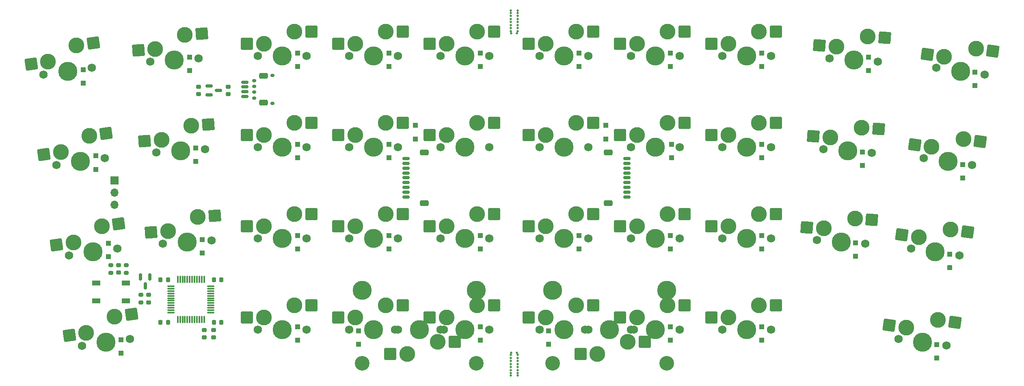
<source format=gbr>
%TF.GenerationSoftware,KiCad,Pcbnew,(7.0.0)*%
%TF.CreationDate,2023-09-12T00:14:53+02:00*%
%TF.ProjectId,tinyv pcb,74696e79-7620-4706-9362-2e6b69636164,rev?*%
%TF.SameCoordinates,Original*%
%TF.FileFunction,Soldermask,Bot*%
%TF.FilePolarity,Negative*%
%FSLAX46Y46*%
G04 Gerber Fmt 4.6, Leading zero omitted, Abs format (unit mm)*
G04 Created by KiCad (PCBNEW (7.0.0)) date 2023-09-12 00:14:53*
%MOMM*%
%LPD*%
G01*
G04 APERTURE LIST*
G04 Aperture macros list*
%AMRoundRect*
0 Rectangle with rounded corners*
0 $1 Rounding radius*
0 $2 $3 $4 $5 $6 $7 $8 $9 X,Y pos of 4 corners*
0 Add a 4 corners polygon primitive as box body*
4,1,4,$2,$3,$4,$5,$6,$7,$8,$9,$2,$3,0*
0 Add four circle primitives for the rounded corners*
1,1,$1+$1,$2,$3*
1,1,$1+$1,$4,$5*
1,1,$1+$1,$6,$7*
1,1,$1+$1,$8,$9*
0 Add four rect primitives between the rounded corners*
20,1,$1+$1,$2,$3,$4,$5,0*
20,1,$1+$1,$4,$5,$6,$7,0*
20,1,$1+$1,$6,$7,$8,$9,0*
20,1,$1+$1,$8,$9,$2,$3,0*%
G04 Aperture macros list end*
%ADD10RoundRect,0.225000X0.250000X-0.225000X0.250000X0.225000X-0.250000X0.225000X-0.250000X-0.225000X0*%
%ADD11C,0.500000*%
%ADD12C,3.048000*%
%ADD13C,3.987800*%
%ADD14C,1.750000*%
%ADD15C,3.300000*%
%ADD16RoundRect,0.250000X1.025000X1.000000X-1.025000X1.000000X-1.025000X-1.000000X1.025000X-1.000000X0*%
%ADD17RoundRect,0.250000X0.300000X-0.300000X0.300000X0.300000X-0.300000X0.300000X-0.300000X-0.300000X0*%
%ADD18RoundRect,0.250000X0.952747X1.069064X-1.092260X0.926064X-0.952747X-1.069064X1.092260X-0.926064X0*%
%ADD19RoundRect,0.150000X0.625000X-0.150000X0.625000X0.150000X-0.625000X0.150000X-0.625000X-0.150000X0*%
%ADD20RoundRect,0.250000X0.650000X-0.350000X0.650000X0.350000X-0.650000X0.350000X-0.650000X-0.350000X0*%
%ADD21R,1.800000X1.100000*%
%ADD22RoundRect,0.250000X1.154198X0.847616X-0.875852X1.132920X-1.154198X-0.847616X0.875852X-1.132920X0*%
%ADD23RoundRect,0.250000X0.875852X1.132920X-1.154198X0.847616X-0.875852X-1.132920X1.154198X-0.847616X0*%
%ADD24RoundRect,0.150000X-0.150000X0.587500X-0.150000X-0.587500X0.150000X-0.587500X0.150000X0.587500X0*%
%ADD25R,1.700000X1.700000*%
%ADD26O,1.700000X1.700000*%
%ADD27RoundRect,0.225000X-0.225000X-0.250000X0.225000X-0.250000X0.225000X0.250000X-0.225000X0.250000X0*%
%ADD28RoundRect,0.225000X-0.250000X0.225000X-0.250000X-0.225000X0.250000X-0.225000X0.250000X0.225000X0*%
%ADD29RoundRect,0.250000X-1.025000X-1.000000X1.025000X-1.000000X1.025000X1.000000X-1.025000X1.000000X0*%
%ADD30RoundRect,0.250000X1.092260X0.926064X-0.952747X1.069064X-1.092260X-0.926064X0.952747X-1.069064X0*%
%ADD31RoundRect,0.150000X-0.625000X0.150000X-0.625000X-0.150000X0.625000X-0.150000X0.625000X0.150000X0*%
%ADD32RoundRect,0.250000X-0.650000X0.350000X-0.650000X-0.350000X0.650000X-0.350000X0.650000X0.350000X0*%
%ADD33RoundRect,0.200000X0.275000X-0.200000X0.275000X0.200000X-0.275000X0.200000X-0.275000X-0.200000X0*%
%ADD34RoundRect,0.150000X-0.275000X0.150000X-0.275000X-0.150000X0.275000X-0.150000X0.275000X0.150000X0*%
%ADD35RoundRect,0.175000X-0.225000X0.175000X-0.225000X-0.175000X0.225000X-0.175000X0.225000X0.175000X0*%
%ADD36RoundRect,0.150000X-0.587500X-0.150000X0.587500X-0.150000X0.587500X0.150000X-0.587500X0.150000X0*%
%ADD37RoundRect,0.075000X0.075000X-0.662500X0.075000X0.662500X-0.075000X0.662500X-0.075000X-0.662500X0*%
%ADD38RoundRect,0.075000X0.662500X-0.075000X0.662500X0.075000X-0.662500X0.075000X-0.662500X-0.075000X0*%
%ADD39RoundRect,0.225000X0.225000X0.250000X-0.225000X0.250000X-0.225000X-0.250000X0.225000X-0.250000X0*%
G04 APERTURE END LIST*
D10*
%TO.C,C2*%
X87312500Y-38875000D03*
X87312500Y-37325000D03*
%TD*%
%TO.C,C1*%
X93518750Y-38875000D03*
X93518750Y-37325000D03*
%TD*%
D11*
%TO.C,REF\u002A\u002A*%
X153852401Y-25082869D03*
X153851778Y-25721491D03*
X153851778Y-24451491D03*
X153851778Y-23816491D03*
X153851778Y-23181491D03*
X153851778Y-22549229D03*
X153851778Y-21911491D03*
X153849770Y-21403402D03*
X153727271Y-26180756D03*
%TD*%
%TO.C,REF\u002A\u002A*%
X152386158Y-93979630D03*
X152386781Y-93341008D03*
X152386781Y-94611008D03*
X152386781Y-95246008D03*
X152386781Y-95881008D03*
X152386781Y-96513270D03*
X152386781Y-97151008D03*
X152399335Y-97645060D03*
X152506338Y-92882008D03*
%TD*%
%TO.C,REF\u002A\u002A*%
X152396427Y-21399073D03*
X152399377Y-22546122D03*
X152400000Y-21907500D03*
X152400000Y-23177500D03*
X152400000Y-23812500D03*
X152400000Y-24447500D03*
X152400000Y-25079762D03*
X152400000Y-25717500D03*
X152519557Y-26204434D03*
%TD*%
D12*
%TO.C,S1*%
X145256250Y-95091250D03*
D13*
X145256250Y-79851250D03*
D12*
X121443750Y-95091250D03*
D13*
X121443750Y-79851250D03*
%TD*%
D12*
%TO.C,S2*%
X184943750Y-95091250D03*
D13*
X184943750Y-79851250D03*
D12*
X161131250Y-95091250D03*
D13*
X161131250Y-79851250D03*
%TD*%
D11*
%TO.C,REF\u002A\u002A*%
X153856393Y-96520369D03*
X153855770Y-97158991D03*
X153855770Y-95888991D03*
X153855770Y-95253991D03*
X153855770Y-94618991D03*
X153855770Y-93986729D03*
X153855770Y-93348991D03*
X153852856Y-97663138D03*
X153727031Y-92862294D03*
%TD*%
D14*
%TO.C,MX4*%
X128905000Y-30956250D03*
D13*
X123825000Y-30956250D03*
D14*
X118745000Y-30956250D03*
D15*
X120015000Y-28416250D03*
D16*
X116465000Y-28416250D03*
X129915000Y-25876250D03*
D15*
X126365000Y-25876250D03*
%TD*%
D17*
%TO.C,D21*%
X68505464Y-72837500D03*
X68505464Y-70037500D03*
%TD*%
%TO.C,D34*%
X120650000Y-91093750D03*
X120650000Y-88293750D03*
%TD*%
D14*
%TO.C,MX23*%
X109855000Y-69056250D03*
D13*
X104775000Y-69056250D03*
D14*
X99695000Y-69056250D03*
D15*
X100965000Y-66516250D03*
D16*
X97415000Y-66516250D03*
X110865000Y-63976250D03*
D15*
X107315000Y-63976250D03*
%TD*%
D17*
%TO.C,D8*%
X204787500Y-33150000D03*
X204787500Y-30350000D03*
%TD*%
D14*
%TO.C,MX12*%
X88673028Y-50390124D03*
D13*
X83605403Y-50744487D03*
D14*
X78537778Y-51098850D03*
D15*
X79627503Y-48476446D03*
D18*
X76086150Y-48724082D03*
X89326205Y-45252045D03*
D15*
X85784853Y-45499680D03*
%TD*%
D19*
%TO.C,J6*%
X176625000Y-60356250D03*
X176625000Y-59356250D03*
X176625000Y-58356250D03*
X176625000Y-57356250D03*
X176625000Y-56356250D03*
X176625000Y-55356250D03*
X176625000Y-54356250D03*
X176625000Y-53356250D03*
X176625000Y-52356250D03*
D20*
X172750000Y-61656250D03*
X172750000Y-51056250D03*
%TD*%
D17*
%TO.C,D33*%
X107950000Y-90300000D03*
X107950000Y-87500000D03*
%TD*%
%TO.C,D23*%
X107950000Y-71250000D03*
X107950000Y-68450000D03*
%TD*%
D14*
%TO.C,MX34*%
X128905000Y-88106250D03*
D13*
X123825000Y-88106250D03*
D14*
X118745000Y-88106250D03*
D15*
X120015000Y-85566250D03*
D16*
X116465000Y-85566250D03*
X129915000Y-83026250D03*
D15*
X126365000Y-83026250D03*
%TD*%
D17*
%TO.C,D2*%
X85421634Y-33998148D03*
X85421634Y-31198148D03*
%TD*%
D14*
%TO.C,MX8*%
X206692500Y-30956250D03*
D13*
X201612500Y-30956250D03*
D14*
X196532500Y-30956250D03*
D15*
X197802500Y-28416250D03*
D16*
X194252500Y-28416250D03*
X207702500Y-25876250D03*
D15*
X204152500Y-25876250D03*
%TD*%
D21*
%TO.C,SW1*%
X72156249Y-78318749D03*
X65956249Y-78318749D03*
X72156249Y-82018749D03*
X65956249Y-82018749D03*
%TD*%
D14*
%TO.C,MX40*%
X243308750Y-91393854D03*
D13*
X238278188Y-90686855D03*
D14*
X233247626Y-89979856D03*
D15*
X234858766Y-87641325D03*
D22*
X231343315Y-87147260D03*
X245015920Y-86503857D03*
D15*
X241500468Y-86009793D03*
%TD*%
D17*
%TO.C,D28*%
X204787500Y-71250000D03*
X204787500Y-68450000D03*
%TD*%
D14*
%TO.C,MX15*%
X147955000Y-50006250D03*
D13*
X142875000Y-50006250D03*
D14*
X137795000Y-50006250D03*
D15*
X139065000Y-47466250D03*
D16*
X135515000Y-47466250D03*
X148965000Y-44926250D03*
D15*
X145415000Y-44926250D03*
%TD*%
D14*
%TO.C,MX27*%
X187642500Y-69056250D03*
D13*
X182562500Y-69056250D03*
D14*
X177482500Y-69056250D03*
D15*
X178752500Y-66516250D03*
D16*
X175202500Y-66516250D03*
X188652500Y-63976250D03*
D15*
X185102500Y-63976250D03*
%TD*%
D14*
%TO.C,MX1*%
X65075218Y-33386871D03*
D13*
X60044656Y-34093870D03*
D14*
X55014094Y-34800869D03*
D15*
X55918235Y-32108839D03*
D23*
X52402783Y-32602903D03*
X65368389Y-28215744D03*
D15*
X61852938Y-28709809D03*
%TD*%
D24*
%TO.C,Q1*%
X75250000Y-77035314D03*
X77150000Y-77035314D03*
X76200000Y-78910314D03*
%TD*%
D14*
%TO.C,MX17*%
X187642500Y-50006250D03*
D13*
X182562500Y-50006250D03*
D14*
X177482500Y-50006250D03*
D15*
X178752500Y-47466250D03*
D16*
X175202500Y-47466250D03*
X188652500Y-44926250D03*
D15*
X185102500Y-44926250D03*
%TD*%
D25*
%TO.C,J3*%
X69811963Y-56944999D03*
D26*
X69811963Y-59484999D03*
X69811963Y-62024999D03*
%TD*%
D14*
%TO.C,MX14*%
X128905000Y-50006250D03*
D13*
X123825000Y-50006250D03*
D14*
X118745000Y-50006250D03*
D15*
X120015000Y-47466250D03*
D16*
X116465000Y-47466250D03*
X129915000Y-44926250D03*
D15*
X126365000Y-44926250D03*
%TD*%
D14*
%TO.C,MX22*%
X90023794Y-69408418D03*
D13*
X84956169Y-69762781D03*
D14*
X79888544Y-70117144D03*
D15*
X80978269Y-67494740D03*
D18*
X77436916Y-67742376D03*
X90676971Y-64270339D03*
D15*
X87135619Y-64517974D03*
%TD*%
D27*
%TO.C,C4*%
X90506250Y-86518750D03*
X92056250Y-86518750D03*
%TD*%
D14*
%TO.C,MX3*%
X109855000Y-30956250D03*
D13*
X104775000Y-30956250D03*
D14*
X99695000Y-30956250D03*
D15*
X100965000Y-28416250D03*
D16*
X97415000Y-28416250D03*
X110865000Y-25876250D03*
D15*
X107315000Y-25876250D03*
%TD*%
D28*
%TO.C,C11*%
X90487500Y-88125000D03*
X90487500Y-89675000D03*
%TD*%
D17*
%TO.C,D10*%
X249237500Y-37118750D03*
X249237500Y-34318750D03*
%TD*%
%TO.C,D6*%
X166687500Y-33150000D03*
X166687500Y-30350000D03*
%TD*%
D14*
%TO.C,MX28*%
X206692500Y-69056250D03*
D13*
X201612500Y-69056250D03*
D14*
X196532500Y-69056250D03*
D15*
X197802500Y-66516250D03*
D16*
X194252500Y-66516250D03*
X207702500Y-63976250D03*
D15*
X204152500Y-63976250D03*
%TD*%
D17*
%TO.C,D20*%
X246617400Y-56391910D03*
X246617400Y-53591910D03*
%TD*%
%TO.C,D1*%
X63235561Y-36559733D03*
X63235561Y-33759733D03*
%TD*%
D14*
%TO.C,MX39*%
X167957500Y-88106250D03*
D13*
X173037500Y-88106250D03*
D14*
X178117500Y-88106250D03*
D15*
X176847500Y-90646250D03*
D29*
X180397500Y-90646250D03*
X166947500Y-93186250D03*
D15*
X170497500Y-93186250D03*
%TD*%
D17*
%TO.C,D30*%
X243980283Y-75125302D03*
X243980283Y-72325302D03*
%TD*%
%TO.C,D12*%
X86706202Y-52918434D03*
X86706202Y-50118434D03*
%TD*%
%TO.C,D4*%
X127000000Y-33150000D03*
X127000000Y-30350000D03*
%TD*%
D14*
%TO.C,MX30*%
X245947982Y-72530750D03*
D13*
X240917420Y-71823751D03*
D14*
X235886858Y-71116752D03*
D15*
X237497998Y-68778221D03*
D22*
X233982547Y-68284156D03*
X247655152Y-67640753D03*
D15*
X244139700Y-67146689D03*
%TD*%
D17*
%TO.C,D22*%
X88106250Y-72043750D03*
X88106250Y-69243750D03*
%TD*%
%TO.C,D16*%
X172243750Y-48231250D03*
X172243750Y-45431250D03*
%TD*%
%TO.C,D37*%
X185737500Y-90300000D03*
X185737500Y-87500000D03*
%TD*%
D14*
%TO.C,MX29*%
X226369242Y-70092225D03*
D13*
X221301617Y-69737862D03*
D14*
X216233992Y-69383499D03*
D15*
X217678079Y-66938277D03*
D30*
X214136727Y-66690642D03*
X227731145Y-65095054D03*
D15*
X224189793Y-64847418D03*
%TD*%
D10*
%TO.C,C8*%
X76914812Y-82369880D03*
X76914812Y-80819880D03*
%TD*%
D17*
%TO.C,D38*%
X204787500Y-90300000D03*
X204787500Y-87500000D03*
%TD*%
D31*
%TO.C,J1*%
X96960197Y-36387500D03*
X96960197Y-37387500D03*
X96960197Y-38387500D03*
X96960197Y-39387500D03*
D32*
X100835197Y-35087500D03*
X100835197Y-40687500D03*
%TD*%
D14*
%TO.C,MX35*%
X147955000Y-88106250D03*
D13*
X142875000Y-88106250D03*
D14*
X137795000Y-88106250D03*
D15*
X139065000Y-85566250D03*
D16*
X135515000Y-85566250D03*
X148965000Y-83026250D03*
D15*
X145415000Y-83026250D03*
%TD*%
D17*
%TO.C,D17*%
X185991623Y-52200000D03*
X185991623Y-49400000D03*
%TD*%
D14*
%TO.C,MX20*%
X248612134Y-53667645D03*
D13*
X243581572Y-52960646D03*
D14*
X238551010Y-52253647D03*
D15*
X240162150Y-49915116D03*
D22*
X236646699Y-49421051D03*
X250319304Y-48777648D03*
D15*
X246803852Y-48283584D03*
%TD*%
D14*
%TO.C,MX24*%
X128905000Y-69056250D03*
D13*
X123825000Y-69056250D03*
D14*
X118745000Y-69056250D03*
D15*
X120015000Y-66516250D03*
D16*
X116465000Y-66516250D03*
X129915000Y-63976250D03*
D15*
X126365000Y-63976250D03*
%TD*%
D14*
%TO.C,MX26*%
X168592500Y-69056250D03*
D13*
X163512500Y-69056250D03*
D14*
X158432500Y-69056250D03*
D15*
X159702500Y-66516250D03*
D16*
X156152500Y-66516250D03*
X169602500Y-63976250D03*
D15*
X166052500Y-63976250D03*
%TD*%
D33*
%TO.C,R1*%
X75327312Y-82419880D03*
X75327312Y-80769880D03*
%TD*%
D17*
%TO.C,D27*%
X185737500Y-71250000D03*
X185737500Y-68450000D03*
%TD*%
D28*
%TO.C,C10*%
X88488170Y-88146119D03*
X88488170Y-89696119D03*
%TD*%
D17*
%TO.C,D19*%
X225736492Y-53787499D03*
X225736492Y-50987499D03*
%TD*%
D27*
%TO.C,C3*%
X90524091Y-77609086D03*
X92074091Y-77609086D03*
%TD*%
D17*
%TO.C,D40*%
X241271408Y-93997194D03*
X241271408Y-91197194D03*
%TD*%
D14*
%TO.C,MX5*%
X147955000Y-30956250D03*
D13*
X142875000Y-30956250D03*
D14*
X137795000Y-30956250D03*
D15*
X139065000Y-28416250D03*
D16*
X135515000Y-28416250D03*
X148965000Y-25876250D03*
D15*
X145415000Y-25876250D03*
%TD*%
D14*
%TO.C,MX37*%
X187642500Y-88106250D03*
D13*
X182562500Y-88106250D03*
D14*
X177482500Y-88106250D03*
D15*
X178752500Y-85566250D03*
D16*
X175202500Y-85566250D03*
X188652500Y-83026250D03*
D15*
X185102500Y-83026250D03*
%TD*%
D17*
%TO.C,D3*%
X107950000Y-33150000D03*
X107950000Y-30350000D03*
%TD*%
D14*
%TO.C,MX7*%
X187642500Y-30956250D03*
D13*
X182562500Y-30956250D03*
D14*
X177482500Y-30956250D03*
D15*
X178752500Y-28416250D03*
D16*
X175202500Y-28416250D03*
X188652500Y-25876250D03*
D15*
X185102500Y-25876250D03*
%TD*%
D17*
%TO.C,D24*%
X127000000Y-71250000D03*
X127000000Y-68450000D03*
%TD*%
%TO.C,D29*%
X224322872Y-72762184D03*
X224322872Y-69962184D03*
%TD*%
%TO.C,D15*%
X132556250Y-48231250D03*
X132556250Y-45431250D03*
%TD*%
D34*
%TO.C,J2*%
X98931250Y-36087500D03*
X98931250Y-37287500D03*
X98931250Y-38487500D03*
X98931250Y-39687500D03*
D35*
X102706250Y-34937500D03*
X102706250Y-40837500D03*
%TD*%
D33*
%TO.C,R2*%
X69056250Y-76212500D03*
X69056250Y-74562500D03*
%TD*%
D36*
%TO.C,U2*%
X89550000Y-39050000D03*
X89550000Y-37150000D03*
X91425000Y-38100000D03*
%TD*%
D33*
%TO.C,R3*%
X72231250Y-76212500D03*
X72231250Y-74562500D03*
%TD*%
D14*
%TO.C,MX2*%
X87337281Y-31395636D03*
D13*
X82269656Y-31749999D03*
D14*
X77202031Y-32104362D03*
D15*
X78291756Y-29481958D03*
D18*
X74750403Y-29729594D03*
X87990458Y-26257557D03*
D15*
X84449106Y-26505192D03*
%TD*%
D17*
%TO.C,D36*%
X160337500Y-91093750D03*
X160337500Y-88293750D03*
%TD*%
D31*
%TO.C,J5*%
X130556250Y-52356250D03*
X130556250Y-53356250D03*
X130556250Y-54356250D03*
X130556250Y-55356250D03*
X130556250Y-56356250D03*
X130556250Y-57356250D03*
X130556250Y-58356250D03*
X130556250Y-59356250D03*
X130556250Y-60356250D03*
D32*
X134431250Y-51056250D03*
X134431250Y-61656250D03*
%TD*%
D14*
%TO.C,MX21*%
X70369814Y-71124095D03*
D13*
X65339252Y-71831094D03*
D14*
X60308690Y-72538093D03*
D15*
X61212831Y-69846063D03*
D23*
X57697379Y-70340127D03*
X70662985Y-65952968D03*
D15*
X67147534Y-66447033D03*
%TD*%
D17*
%TO.C,D7*%
X185737500Y-33150000D03*
X185737500Y-30350000D03*
%TD*%
%TO.C,D5*%
X146050000Y-33150000D03*
X146050000Y-30350000D03*
%TD*%
D37*
%TO.C,U1*%
X88475000Y-85918750D03*
X87975000Y-85918750D03*
X87475000Y-85918750D03*
X86975000Y-85918750D03*
X86475000Y-85918750D03*
X85975000Y-85918750D03*
X85475000Y-85918750D03*
X84975000Y-85918750D03*
X84475000Y-85918750D03*
X83975000Y-85918750D03*
X83475000Y-85918750D03*
X82975000Y-85918750D03*
D38*
X81562500Y-84506250D03*
X81562500Y-84006250D03*
X81562500Y-83506250D03*
X81562500Y-83006250D03*
X81562500Y-82506250D03*
X81562500Y-82006250D03*
X81562500Y-81506250D03*
X81562500Y-81006250D03*
X81562500Y-80506250D03*
X81562500Y-80006250D03*
X81562500Y-79506250D03*
X81562500Y-79006250D03*
D37*
X82975000Y-77593750D03*
X83475000Y-77593750D03*
X83975000Y-77593750D03*
X84475000Y-77593750D03*
X84975000Y-77593750D03*
X85475000Y-77593750D03*
X85975000Y-77593750D03*
X86475000Y-77593750D03*
X86975000Y-77593750D03*
X87475000Y-77593750D03*
X87975000Y-77593750D03*
X88475000Y-77593750D03*
D38*
X89887500Y-79006250D03*
X89887500Y-79506250D03*
X89887500Y-80006250D03*
X89887500Y-80506250D03*
X89887500Y-81006250D03*
X89887500Y-81506250D03*
X89887500Y-82006250D03*
X89887500Y-82506250D03*
X89887500Y-83006250D03*
X89887500Y-83506250D03*
X89887500Y-84006250D03*
X89887500Y-84506250D03*
%TD*%
D14*
%TO.C,MX33*%
X109855000Y-88106250D03*
D13*
X104775000Y-88106250D03*
D14*
X99695000Y-88106250D03*
D15*
X100965000Y-85566250D03*
D16*
X97415000Y-85566250D03*
X110865000Y-83026250D03*
D15*
X107315000Y-83026250D03*
%TD*%
D17*
%TO.C,D25*%
X146050000Y-71250000D03*
X146050000Y-68450000D03*
%TD*%
D14*
%TO.C,MX38*%
X206692500Y-88106250D03*
D13*
X201612500Y-88106250D03*
D14*
X196532500Y-88106250D03*
D15*
X197802500Y-85566250D03*
D16*
X194252500Y-85566250D03*
X207702500Y-83026250D03*
D15*
X204152500Y-83026250D03*
%TD*%
D14*
%TO.C,MX10*%
X251246263Y-34809900D03*
D13*
X246215701Y-34102901D03*
D14*
X241185139Y-33395902D03*
D15*
X242796279Y-31057371D03*
D22*
X239280828Y-30563306D03*
X252953433Y-29919903D03*
D15*
X249437981Y-29425839D03*
%TD*%
D17*
%TO.C,D14*%
X127000000Y-52200000D03*
X127000000Y-49400000D03*
%TD*%
D14*
%TO.C,MX18*%
X206692500Y-50006250D03*
D13*
X201612500Y-50006250D03*
D14*
X196532500Y-50006250D03*
D15*
X197802500Y-47466250D03*
D16*
X194252500Y-47466250D03*
X207702500Y-44926250D03*
D15*
X204152500Y-44926250D03*
%TD*%
D17*
%TO.C,D9*%
X227012500Y-33943750D03*
X227012500Y-31143750D03*
%TD*%
D39*
%TO.C,C9*%
X80943750Y-77658211D03*
X79393750Y-77658211D03*
%TD*%
D14*
%TO.C,MX32*%
X128270000Y-88106250D03*
D13*
X133350000Y-88106250D03*
D14*
X138430000Y-88106250D03*
D15*
X137160000Y-90646250D03*
D29*
X140710000Y-90646250D03*
X127260000Y-93186250D03*
D15*
X130810000Y-93186250D03*
%TD*%
D14*
%TO.C,MX31*%
X73041309Y-89994874D03*
D13*
X68010747Y-90701873D03*
D14*
X62980185Y-91408872D03*
D15*
X63884326Y-88716842D03*
D23*
X60368874Y-89210906D03*
X73334480Y-84823747D03*
D15*
X69819029Y-85317812D03*
%TD*%
D17*
%TO.C,D35*%
X146050000Y-90300000D03*
X146050000Y-87500000D03*
%TD*%
%TO.C,D31*%
X71138466Y-92960479D03*
X71138466Y-90160479D03*
%TD*%
D14*
%TO.C,MX36*%
X168592500Y-88106250D03*
D13*
X163512500Y-88106250D03*
D14*
X158432500Y-88106250D03*
D15*
X159702500Y-85566250D03*
D16*
X156152500Y-85566250D03*
X169602500Y-83026250D03*
D15*
X166052500Y-83026250D03*
%TD*%
D14*
%TO.C,MX11*%
X67749271Y-52241188D03*
D13*
X62718709Y-52948187D03*
D14*
X57688147Y-53655186D03*
D15*
X58592288Y-50963156D03*
D23*
X55076836Y-51457220D03*
X68042442Y-47070061D03*
D15*
X64526991Y-47564126D03*
%TD*%
D14*
%TO.C,MX16*%
X168592500Y-50006250D03*
D13*
X163512500Y-50006250D03*
D14*
X158432500Y-50006250D03*
D15*
X159702500Y-47466250D03*
D16*
X156152500Y-47466250D03*
X169602500Y-44926250D03*
D15*
X166052500Y-44926250D03*
%TD*%
D10*
%TO.C,C7*%
X70643750Y-76162500D03*
X70643750Y-74612500D03*
%TD*%
D17*
%TO.C,D11*%
X65881250Y-54581250D03*
X65881250Y-51781250D03*
%TD*%
D14*
%TO.C,MX25*%
X147955000Y-69056250D03*
D13*
X142875000Y-69056250D03*
D14*
X137795000Y-69056250D03*
D15*
X139065000Y-66516250D03*
D16*
X135515000Y-66516250D03*
X148965000Y-63976250D03*
D15*
X145415000Y-63976250D03*
%TD*%
D14*
%TO.C,MX9*%
X229004802Y-32116822D03*
D13*
X223937177Y-31762459D03*
D14*
X218869552Y-31408096D03*
D15*
X220313639Y-28962874D03*
D30*
X216772287Y-28715239D03*
X230366705Y-27119651D03*
D15*
X226825353Y-26872015D03*
%TD*%
D17*
%TO.C,D18*%
X204787500Y-52200000D03*
X204787500Y-49400000D03*
%TD*%
%TO.C,D13*%
X107950000Y-52200000D03*
X107950000Y-49400000D03*
%TD*%
%TO.C,D26*%
X166687500Y-71250000D03*
X166687500Y-68450000D03*
%TD*%
D39*
%TO.C,C5*%
X80943750Y-86518750D03*
X79393750Y-86518750D03*
%TD*%
D14*
%TO.C,MX19*%
X227728795Y-51120655D03*
D13*
X222661170Y-50766292D03*
D14*
X217593545Y-50411929D03*
D15*
X219037632Y-47966707D03*
D30*
X215496280Y-47719072D03*
X229090698Y-46123484D03*
D15*
X225549346Y-45875848D03*
%TD*%
D14*
%TO.C,MX13*%
X109855000Y-50006250D03*
D13*
X104775000Y-50006250D03*
D14*
X99695000Y-50006250D03*
D15*
X100965000Y-47466250D03*
D16*
X97415000Y-47466250D03*
X110865000Y-44926250D03*
D15*
X107315000Y-44926250D03*
%TD*%
D14*
%TO.C,MX6*%
X168592500Y-30956250D03*
D13*
X163512500Y-30956250D03*
D14*
X158432500Y-30956250D03*
D15*
X159702500Y-28416250D03*
D16*
X156152500Y-28416250D03*
X169602500Y-25876250D03*
D15*
X166052500Y-25876250D03*
%TD*%
M02*

</source>
